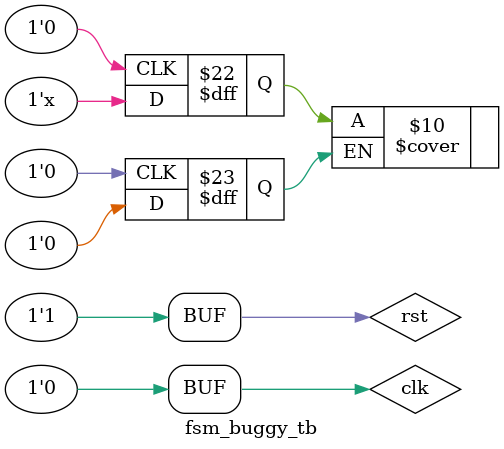
<source format=sv>

module fsm_buggy_tb;
    reg clk = 0;
    reg rst = 1;

    // DUT I/O
    wire [1:0] state;
    wire out;

    fsm_buggy dut(.clk(clk), .rst(rst), .state(state), .out(out));

    always @(*) if ($initstate) assume(rst);

    // Simple safety: during reset, state is 0
    always @(posedge clk) begin
        if (rst) begin
            assert(state == 0);
        end else begin
            // make at least one interesting transition reachable
            cover(state == 2);
        end
        if ($past(rst)) assume(!rst);
    end
endmodule

</source>
